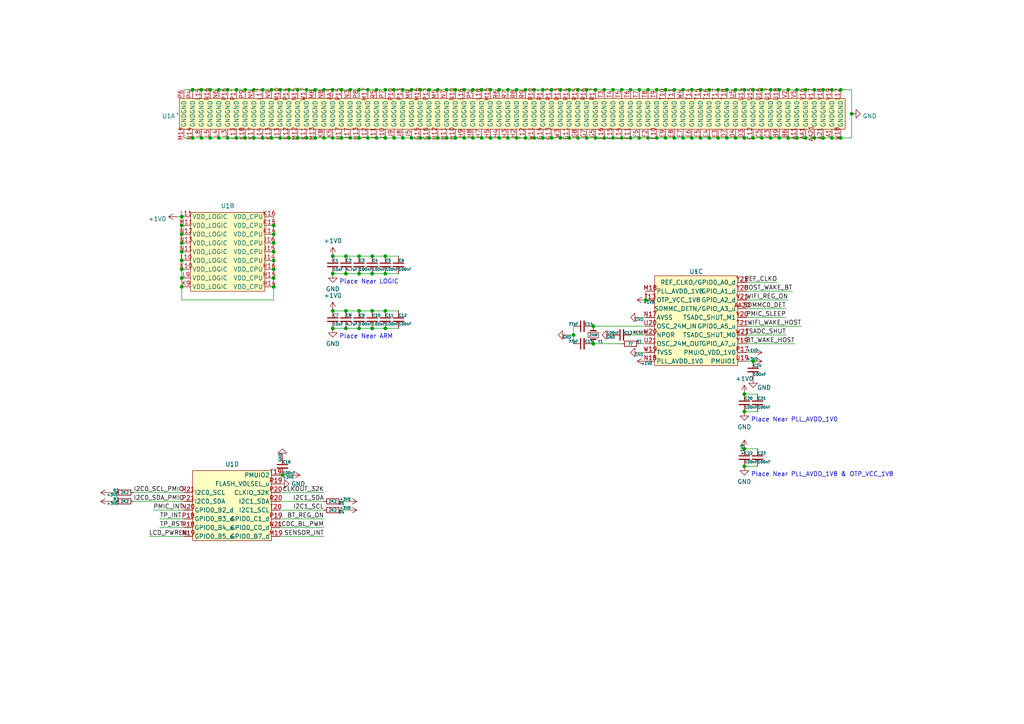
<source format=kicad_sch>
(kicad_sch (version 20221206) (generator eeschema)
  (paper "A4")
  (junction (at 60.96 40.005))
  (junction (at 223.52 26.035))
  (junction (at 111.76 95.25))
  (junction (at 111.76 74.295))
  (junction (at 213.36 40.005))
  (junction (at 218.44 40.005))
  (junction (at 137.16 40.005))
  (junction (at 243.84 26.035))
  (junction (at 210.82 26.035))
  (junction (at 78.74 26.035))
  (junction (at 93.98 40.005))
  (junction (at 226.06 26.035))
  (junction (at 134.62 26.035))
  (junction (at 88.9 26.035))
  (junction (at 66.04 40.005))
  (junction (at 215.9 135.255))
  (junction (at 180.34 40.005))
  (junction (at 157.48 26.035))
  (junction (at 104.14 95.25))
  (junction (at 96.52 79.375))
  (junction (at 100.33 95.25))
  (junction (at 119.38 40.005))
  (junction (at 79.375 65.405))
  (junction (at 233.68 26.035))
  (junction (at 223.52 40.005))
  (junction (at 152.4 40.005))
  (junction (at 208.28 40.005))
  (junction (at 52.705 65.405))
  (junction (at 129.54 26.035))
  (junction (at 66.04 26.035))
  (junction (at 107.95 95.25))
  (junction (at 114.3 40.005))
  (junction (at 76.2 40.005))
  (junction (at 166.37 97.155))
  (junction (at 142.24 26.035))
  (junction (at 231.14 40.005))
  (junction (at 144.78 26.035))
  (junction (at 79.375 80.645))
  (junction (at 52.705 62.865))
  (junction (at 63.5 40.005))
  (junction (at 190.5 40.005))
  (junction (at 55.88 26.035))
  (junction (at 71.12 26.035))
  (junction (at 175.26 26.035))
  (junction (at 55.88 40.005))
  (junction (at 200.66 40.005))
  (junction (at 127 40.005))
  (junction (at 142.24 40.005))
  (junction (at 96.52 95.25))
  (junction (at 231.14 26.035))
  (junction (at 107.95 79.375))
  (junction (at 127 26.035))
  (junction (at 121.92 26.035))
  (junction (at 52.705 70.485))
  (junction (at 101.6 40.005))
  (junction (at 177.8 26.035))
  (junction (at 58.42 40.005))
  (junction (at 104.14 26.035))
  (junction (at 203.2 26.035))
  (junction (at 193.04 40.005))
  (junction (at 106.68 26.035))
  (junction (at 52.705 75.565))
  (junction (at 233.68 40.005))
  (junction (at 52.705 78.105))
  (junction (at 79.375 75.565))
  (junction (at 238.76 40.005))
  (junction (at 160.02 40.005))
  (junction (at 86.36 40.005))
  (junction (at 236.22 40.005))
  (junction (at 79.375 83.185))
  (junction (at 213.36 26.035))
  (junction (at 182.88 26.035))
  (junction (at 91.44 26.035))
  (junction (at 172.72 40.005))
  (junction (at 139.7 26.035))
  (junction (at 60.96 26.035))
  (junction (at 101.6 26.035))
  (junction (at 210.82 40.005))
  (junction (at 177.8 40.005))
  (junction (at 147.32 40.005))
  (junction (at 175.26 40.005))
  (junction (at 88.9 40.005))
  (junction (at 185.42 26.035))
  (junction (at 241.3 40.005))
  (junction (at 220.98 26.035))
  (junction (at 149.86 40.005))
  (junction (at 134.62 40.005))
  (junction (at 73.66 26.035))
  (junction (at 193.04 26.035))
  (junction (at 81.915 137.795))
  (junction (at 100.33 79.375))
  (junction (at 52.705 83.185))
  (junction (at 79.375 67.945))
  (junction (at 79.375 70.485))
  (junction (at 228.6 26.035))
  (junction (at 152.4 26.035))
  (junction (at 160.02 26.035))
  (junction (at 124.46 40.005))
  (junction (at 144.78 40.005))
  (junction (at 238.76 26.035))
  (junction (at 52.705 73.025))
  (junction (at 220.98 40.005))
  (junction (at 172.085 94.615))
  (junction (at 172.085 99.695))
  (junction (at 167.64 26.035))
  (junction (at 218.44 26.035))
  (junction (at 73.66 40.005))
  (junction (at 170.18 40.005))
  (junction (at 187.96 40.005))
  (junction (at 218.44 104.775))
  (junction (at 208.28 26.035))
  (junction (at 124.46 26.035))
  (junction (at 170.18 26.035))
  (junction (at 241.3 26.035))
  (junction (at 157.48 40.005))
  (junction (at 96.52 90.17))
  (junction (at 185.42 40.005))
  (junction (at 116.84 26.035))
  (junction (at 228.6 40.005))
  (junction (at 180.34 26.035))
  (junction (at 149.86 26.035))
  (junction (at 243.84 40.005))
  (junction (at 109.22 40.005))
  (junction (at 71.12 40.005))
  (junction (at 99.06 26.035))
  (junction (at 114.3 26.035))
  (junction (at 187.325 86.995))
  (junction (at 81.28 40.005))
  (junction (at 215.9 114.3))
  (junction (at 154.94 40.005))
  (junction (at 137.16 26.035))
  (junction (at 205.74 26.035))
  (junction (at 162.56 26.035))
  (junction (at 119.38 26.035))
  (junction (at 162.56 40.005))
  (junction (at 79.375 73.025))
  (junction (at 195.58 26.035))
  (junction (at 215.9 26.035))
  (junction (at 96.52 74.295))
  (junction (at 200.66 26.035))
  (junction (at 247.015 33.02))
  (junction (at 91.44 40.005))
  (junction (at 111.76 79.375))
  (junction (at 96.52 26.035))
  (junction (at 195.58 40.005))
  (junction (at 215.9 119.38))
  (junction (at 147.32 26.035))
  (junction (at 58.42 26.035))
  (junction (at 109.22 26.035))
  (junction (at 86.36 26.035))
  (junction (at 68.58 40.005))
  (junction (at 104.14 40.005))
  (junction (at 132.08 26.035))
  (junction (at 116.84 40.005))
  (junction (at 132.08 40.005))
  (junction (at 93.98 26.035))
  (junction (at 215.9 130.175))
  (junction (at 107.95 74.295))
  (junction (at 100.33 90.17))
  (junction (at 121.92 40.005))
  (junction (at 190.5 26.035))
  (junction (at 172.72 26.035))
  (junction (at 167.64 40.005))
  (junction (at 165.1 40.005))
  (junction (at 111.76 40.005))
  (junction (at 99.06 40.005))
  (junction (at 111.76 90.17))
  (junction (at 198.12 26.035))
  (junction (at 236.22 26.035))
  (junction (at 226.06 40.005))
  (junction (at 78.74 40.005))
  (junction (at 106.68 40.005))
  (junction (at 107.95 90.17))
  (junction (at 198.12 40.005))
  (junction (at 52.705 67.945))
  (junction (at 104.14 90.17))
  (junction (at 215.9 40.005))
  (junction (at 205.74 40.005))
  (junction (at 154.94 26.035))
  (junction (at 79.375 78.105))
  (junction (at 83.82 40.005))
  (junction (at 104.14 79.375))
  (junction (at 111.76 26.035))
  (junction (at 68.58 26.035))
  (junction (at 139.7 40.005))
  (junction (at 165.1 26.035))
  (junction (at 182.88 40.005))
  (junction (at 96.52 40.005))
  (junction (at 81.28 26.035))
  (junction (at 129.54 40.005))
  (junction (at 52.705 80.645))
  (junction (at 83.82 26.035))
  (junction (at 100.33 74.295))
  (junction (at 203.2 40.005))
  (junction (at 63.5 26.035))
  (junction (at 187.96 26.035))
  (junction (at 104.14 74.295))
  (junction (at 76.2 26.035))
  (wire (pts (xy 71.12 26.035) (xy 73.66 26.035)))
  (wire (pts (xy 144.78 40.005) (xy 147.32 40.005)))
  (wire (pts (xy 100.965 147.955) (xy 99.06 147.955)))
  (wire (pts (xy 104.14 79.375) (xy 107.95 79.375)))
  (wire (pts (xy 111.76 79.375) (xy 115.57 79.375)))
  (wire (pts (xy 109.22 26.035) (xy 111.76 26.035)))
  (wire (pts (xy 170.18 40.005) (xy 172.72 40.005)))
  (wire (pts (xy 93.98 26.035) (xy 96.52 26.035)))
  (wire (pts (xy 203.2 26.035) (xy 205.74 26.035)))
  (wire (pts (xy 86.36 26.035) (xy 88.9 26.035)))
  (wire (pts (xy 200.66 26.035) (xy 203.2 26.035)))
  (wire (pts (xy 231.14 40.005) (xy 233.68 40.005)))
  (wire (pts (xy 165.1 40.005) (xy 167.64 40.005)))
  (wire (pts (xy 142.24 26.035) (xy 144.78 26.035)))
  (wire (pts (xy 216.535 94.615) (xy 232.41 94.615)))
  (wire (pts (xy 149.86 26.035) (xy 152.4 26.035)))
  (wire (pts (xy 132.08 40.005) (xy 134.62 40.005)))
  (wire (pts (xy 73.66 26.035) (xy 76.2 26.035)))
  (wire (pts (xy 93.98 147.955) (xy 81.28 147.955)))
  (wire (pts (xy 52.705 73.025) (xy 52.705 75.565)))
  (wire (pts (xy 91.44 26.035) (xy 93.98 26.035)))
  (wire (pts (xy 165.1 26.035) (xy 167.64 26.035)))
  (wire (pts (xy 225.425 81.915) (xy 216.535 81.915)))
  (wire (pts (xy 172.085 94.615) (xy 187.325 94.615)))
  (wire (pts (xy 93.98 153.035) (xy 81.28 153.035)))
  (wire (pts (xy 121.92 26.035) (xy 124.46 26.035)))
  (wire (pts (xy 147.32 40.005) (xy 149.86 40.005)))
  (wire (pts (xy 119.38 26.035) (xy 121.92 26.035)))
  (wire (pts (xy 215.9 130.175) (xy 219.71 130.175)))
  (wire (pts (xy 127 26.035) (xy 129.54 26.035)))
  (wire (pts (xy 88.9 40.005) (xy 91.44 40.005)))
  (wire (pts (xy 52.705 75.565) (xy 52.705 78.105)))
  (wire (pts (xy 228.6 26.035) (xy 231.14 26.035)))
  (wire (pts (xy 210.82 40.005) (xy 213.36 40.005)))
  (wire (pts (xy 100.33 74.295) (xy 104.14 74.295)))
  (wire (pts (xy 101.6 40.005) (xy 104.14 40.005)))
  (wire (pts (xy 137.16 26.035) (xy 139.7 26.035)))
  (wire (pts (xy 114.3 26.035) (xy 116.84 26.035)))
  (wire (pts (xy 96.52 90.17) (xy 100.33 90.17)))
  (wire (pts (xy 147.32 26.035) (xy 149.86 26.035)))
  (wire (pts (xy 99.06 26.035) (xy 101.6 26.035)))
  (wire (pts (xy 119.38 40.005) (xy 121.92 40.005)))
  (wire (pts (xy 233.68 26.035) (xy 236.22 26.035)))
  (wire (pts (xy 216.535 102.235) (xy 218.44 102.235)))
  (wire (pts (xy 63.5 40.005) (xy 66.04 40.005)))
  (wire (pts (xy 226.06 26.035) (xy 228.6 26.035)))
  (wire (pts (xy 134.62 26.035) (xy 137.16 26.035)))
  (wire (pts (xy 238.76 26.035) (xy 241.3 26.035)))
  (wire (pts (xy 58.42 26.035) (xy 60.96 26.035)))
  (wire (pts (xy 51.435 62.865) (xy 52.705 62.865)))
  (wire (pts (xy 46.355 150.495) (xy 53.34 150.495)))
  (wire (pts (xy 177.8 26.035) (xy 180.34 26.035)))
  (wire (pts (xy 205.74 40.005) (xy 208.28 40.005)))
  (wire (pts (xy 185.42 26.035) (xy 187.96 26.035)))
  (wire (pts (xy 100.33 95.25) (xy 104.14 95.25)))
  (wire (pts (xy 223.52 40.005) (xy 226.06 40.005)))
  (wire (pts (xy 167.64 26.035) (xy 170.18 26.035)))
  (wire (pts (xy 111.76 90.17) (xy 115.57 90.17)))
  (wire (pts (xy 109.22 40.005) (xy 111.76 40.005)))
  (wire (pts (xy 111.76 40.005) (xy 114.3 40.005)))
  (wire (pts (xy 43.18 155.575) (xy 53.34 155.575)))
  (wire (pts (xy 99.06 40.005) (xy 101.6 40.005)))
  (wire (pts (xy 116.84 40.005) (xy 119.38 40.005)))
  (wire (pts (xy 124.46 40.005) (xy 127 40.005)))
  (wire (pts (xy 124.46 26.035) (xy 127 26.035)))
  (wire (pts (xy 190.5 40.005) (xy 193.04 40.005)))
  (wire (pts (xy 177.8 40.005) (xy 180.34 40.005)))
  (wire (pts (xy 79.375 86.995) (xy 79.375 83.185)))
  (wire (pts (xy 106.68 26.035) (xy 109.22 26.035)))
  (wire (pts (xy 170.18 26.035) (xy 172.72 26.035)))
  (wire (pts (xy 100.33 90.17) (xy 104.14 90.17)))
  (wire (pts (xy 160.02 40.005) (xy 162.56 40.005)))
  (wire (pts (xy 139.7 26.035) (xy 142.24 26.035)))
  (wire (pts (xy 46.355 153.035) (xy 53.34 153.035)))
  (wire (pts (xy 55.88 40.005) (xy 58.42 40.005)))
  (wire (pts (xy 71.12 40.005) (xy 73.66 40.005)))
  (wire (pts (xy 243.84 40.005) (xy 247.015 40.005)))
  (wire (pts (xy 180.34 40.005) (xy 182.88 40.005)))
  (wire (pts (xy 157.48 26.035) (xy 160.02 26.035)))
  (wire (pts (xy 208.28 40.005) (xy 210.82 40.005)))
  (wire (pts (xy 218.44 26.035) (xy 220.98 26.035)))
  (wire (pts (xy 233.68 40.005) (xy 236.22 40.005)))
  (wire (pts (xy 107.95 90.17) (xy 111.76 90.17)))
  (wire (pts (xy 111.76 95.25) (xy 115.57 95.25)))
  (wire (pts (xy 68.58 40.005) (xy 71.12 40.005)))
  (wire (pts (xy 142.24 40.005) (xy 144.78 40.005)))
  (wire (pts (xy 231.14 26.035) (xy 233.68 26.035)))
  (wire (pts (xy 180.34 26.035) (xy 182.88 26.035)))
  (wire (pts (xy 166.37 94.615) (xy 166.37 97.155)))
  (wire (pts (xy 213.36 40.005) (xy 215.9 40.005)))
  (wire (pts (xy 52.705 78.105) (xy 52.705 80.645)))
  (wire (pts (xy 198.12 26.035) (xy 200.66 26.035)))
  (wire (pts (xy 107.95 79.375) (xy 111.76 79.375)))
  (wire (pts (xy 107.95 95.25) (xy 111.76 95.25)))
  (wire (pts (xy 227.965 92.075) (xy 216.535 92.075)))
  (wire (pts (xy 93.98 150.495) (xy 81.28 150.495)))
  (wire (pts (xy 218.44 104.775) (xy 216.535 104.775)))
  (wire (pts (xy 157.48 40.005) (xy 160.02 40.005)))
  (wire (pts (xy 107.95 74.295) (xy 111.76 74.295)))
  (wire (pts (xy 167.64 40.005) (xy 170.18 40.005)))
  (wire (pts (xy 83.82 40.005) (xy 86.36 40.005)))
  (wire (pts (xy 129.54 26.035) (xy 132.08 26.035)))
  (wire (pts (xy 182.88 97.155) (xy 187.325 97.155)))
  (wire (pts (xy 152.4 26.035) (xy 154.94 26.035)))
  (wire (pts (xy 216.535 99.695) (xy 230.505 99.695)))
  (wire (pts (xy 81.28 26.035) (xy 83.82 26.035)))
  (wire (pts (xy 166.37 97.155) (xy 166.37 99.695)))
  (wire (pts (xy 96.52 26.035) (xy 99.06 26.035)))
  (wire (pts (xy 134.62 40.005) (xy 137.16 40.005)))
  (wire (pts (xy 83.82 26.035) (xy 86.36 26.035)))
  (wire (pts (xy 172.085 99.695) (xy 180.34 99.695)))
  (wire (pts (xy 187.325 84.455) (xy 187.325 86.995)))
  (wire (pts (xy 52.705 70.485) (xy 52.705 73.025)))
  (wire (pts (xy 185.42 92.075) (xy 187.325 92.075)))
  (wire (pts (xy 96.52 79.375) (xy 100.33 79.375)))
  (wire (pts (xy 68.58 26.035) (xy 71.12 26.035)))
  (wire (pts (xy 164.465 97.155) (xy 166.37 97.155)))
  (wire (pts (xy 187.96 40.005) (xy 190.5 40.005)))
  (wire (pts (xy 187.96 26.035) (xy 190.5 26.035)))
  (wire (pts (xy 79.375 83.185) (xy 79.375 80.645)))
  (wire (pts (xy 81.28 40.005) (xy 83.82 40.005)))
  (wire (pts (xy 193.04 26.035) (xy 195.58 26.035)))
  (wire (pts (xy 96.52 74.295) (xy 100.33 74.295)))
  (wire (pts (xy 139.7 40.005) (xy 142.24 40.005)))
  (wire (pts (xy 171.45 94.615) (xy 172.085 94.615)))
  (wire (pts (xy 73.66 40.005) (xy 76.2 40.005)))
  (wire (pts (xy 79.375 73.025) (xy 79.375 70.485)))
  (wire (pts (xy 63.5 26.035) (xy 66.04 26.035)))
  (wire (pts (xy 177.165 97.155) (xy 177.8 97.155)))
  (wire (pts (xy 52.705 62.865) (xy 52.705 65.405)))
  (wire (pts (xy 100.965 145.415) (xy 99.06 145.415)))
  (wire (pts (xy 79.375 80.645) (xy 79.375 78.105)))
  (wire (pts (xy 79.375 70.485) (xy 79.375 67.945)))
  (wire (pts (xy 160.02 26.035) (xy 162.56 26.035)))
  (wire (pts (xy 193.04 40.005) (xy 195.58 40.005)))
  (wire (pts (xy 175.26 40.005) (xy 177.8 40.005)))
  (wire (pts (xy 79.375 67.945) (xy 79.375 65.405)))
  (wire (pts (xy 81.915 137.795) (xy 84.455 137.795)))
  (wire (pts (xy 100.33 79.375) (xy 104.14 79.375)))
  (wire (pts (xy 91.44 40.005) (xy 93.98 40.005)))
  (wire (pts (xy 172.72 40.005) (xy 175.26 40.005)))
  (wire (pts (xy 247.015 33.02) (xy 247.015 26.035)))
  (wire (pts (xy 208.28 26.035) (xy 210.82 26.035)))
  (wire (pts (xy 220.98 26.035) (xy 223.52 26.035)))
  (wire (pts (xy 154.94 40.005) (xy 157.48 40.005)))
  (wire (pts (xy 236.22 26.035) (xy 238.76 26.035)))
  (wire (pts (xy 101.6 26.035) (xy 104.14 26.035)))
  (wire (pts (xy 79.375 75.565) (xy 79.375 73.025)))
  (wire (pts (xy 175.26 26.035) (xy 177.8 26.035)))
  (wire (pts (xy 53.34 40.005) (xy 55.88 40.005)))
  (wire (pts (xy 227.965 89.535) (xy 216.535 89.535)))
  (wire (pts (xy 154.94 26.035) (xy 157.48 26.035)))
  (wire (pts (xy 149.86 40.005) (xy 152.4 40.005)))
  (wire (pts (xy 78.74 40.005) (xy 81.28 40.005)))
  (wire (pts (xy 215.9 135.255) (xy 219.71 135.255)))
  (wire (pts (xy 93.98 142.875) (xy 81.28 142.875)))
  (wire (pts (xy 81.28 137.795) (xy 81.915 137.795)))
  (wire (pts (xy 104.14 26.035) (xy 106.68 26.035)))
  (wire (pts (xy 205.74 26.035) (xy 208.28 26.035)))
  (wire (pts (xy 78.74 26.035) (xy 81.28 26.035)))
  (wire (pts (xy 104.14 90.17) (xy 107.95 90.17)))
  (wire (pts (xy 241.3 26.035) (xy 243.84 26.035)))
  (wire (pts (xy 195.58 26.035) (xy 198.12 26.035)))
  (wire (pts (xy 132.08 26.035) (xy 134.62 26.035)))
  (wire (pts (xy 216.535 97.155) (xy 227.965 97.155)))
  (wire (pts (xy 215.9 119.38) (xy 219.71 119.38)))
  (wire (pts (xy 53.34 26.035) (xy 55.88 26.035)))
  (wire (pts (xy 213.36 26.035) (xy 215.9 26.035)))
  (wire (pts (xy 215.9 40.005) (xy 218.44 40.005)))
  (wire (pts (xy 66.04 40.005) (xy 68.58 40.005)))
  (wire (pts (xy 52.705 65.405) (xy 52.705 67.945)))
  (wire (pts (xy 182.88 40.005) (xy 185.42 40.005)))
  (wire (pts (xy 172.72 26.035) (xy 175.26 26.035)))
  (wire (pts (xy 52.705 83.185) (xy 52.705 86.995)))
  (wire (pts (xy 162.56 26.035) (xy 165.1 26.035)))
  (wire (pts (xy 238.76 40.005) (xy 241.3 40.005)))
  (wire (pts (xy 93.98 145.415) (xy 81.28 145.415)))
  (wire (pts (xy 76.2 26.035) (xy 78.74 26.035)))
  (wire (pts (xy 52.705 80.645) (xy 52.705 83.185)))
  (wire (pts (xy 52.705 86.995) (xy 79.375 86.995)))
  (wire (pts (xy 195.58 40.005) (xy 198.12 40.005)))
  (wire (pts (xy 185.42 102.235) (xy 187.325 102.235)))
  (wire (pts (xy 185.42 99.695) (xy 187.325 99.695)))
  (wire (pts (xy 104.14 74.295) (xy 107.95 74.295)))
  (wire (pts (xy 121.92 40.005) (xy 124.46 40.005)))
  (wire (pts (xy 185.42 40.005) (xy 187.96 40.005)))
  (wire (pts (xy 114.3 40.005) (xy 116.84 40.005)))
  (wire (pts (xy 79.375 65.405) (xy 79.375 62.865)))
  (wire (pts (xy 198.12 40.005) (xy 200.66 40.005)))
  (wire (pts (xy 60.96 26.035) (xy 63.5 26.035)))
  (wire (pts (xy 228.6 86.995) (xy 216.535 86.995)))
  (wire (pts (xy 223.52 26.035) (xy 226.06 26.035)))
  (wire (pts (xy 152.4 40.005) (xy 154.94 40.005)))
  (wire (pts (xy 52.705 67.945) (xy 52.705 70.485)))
  (wire (pts (xy 88.9 26.035) (xy 91.44 26.035)))
  (wire (pts (xy 241.3 40.005) (xy 243.84 40.005)))
  (wire (pts (xy 171.45 99.695) (xy 172.085 99.695)))
  (wire (pts (xy 129.54 40.005) (xy 132.08 40.005)))
  (wire (pts (xy 218.44 40.005) (xy 220.98 40.005)))
  (wire (pts (xy 96.52 95.25) (xy 100.33 95.25)))
  (wire (pts (xy 31.75 145.415) (xy 33.655 145.415)))
  (wire (pts (xy 104.14 40.005) (xy 106.68 40.005)))
  (wire (pts (xy 137.16 40.005) (xy 139.7 40.005)))
  (wire (pts (xy 104.14 95.25) (xy 107.95 95.25)))
  (wire (pts (xy 229.87 84.455) (xy 216.535 84.455)))
  (wire (pts (xy 220.98 40.005) (xy 223.52 40.005)))
  (wire (pts (xy 111.76 74.295) (xy 115.57 74.295)))
  (wire (pts (xy 55.88 26.035) (xy 58.42 26.035)))
  (wire (pts (xy 190.5 26.035) (xy 193.04 26.035)))
  (wire (pts (xy 111.76 26.035) (xy 114.3 26.035)))
  (wire (pts (xy 60.96 40.005) (xy 63.5 40.005)))
  (wire (pts (xy 106.68 40.005) (xy 109.22 40.005)))
  (wire (pts (xy 93.98 155.575) (xy 81.28 155.575)))
  (wire (pts (xy 93.98 40.005) (xy 96.52 40.005)))
  (wire (pts (xy 247.015 33.02) (xy 247.015 40.005)))
  (wire (pts (xy 127 40.005) (xy 129.54 40.005)))
  (wire (pts (xy 66.04 26.035) (xy 68.58 26.035)))
  (wire (pts (xy 247.015 26.035) (xy 243.84 26.035)))
  (wire (pts (xy 116.84 26.035) (xy 119.38 26.035)))
  (wire (pts (xy 86.36 40.005) (xy 88.9 40.005)))
  (wire (pts (xy 182.88 26.035) (xy 185.42 26.035)))
  (wire (pts (xy 144.78 26.035) (xy 147.32 26.035)))
  (wire (pts (xy 44.45 147.955) (xy 53.34 147.955)))
  (wire (pts (xy 200.66 40.005) (xy 203.2 40.005)))
  (wire (pts (xy 38.735 145.415) (xy 53.34 145.415)))
  (wire (pts (xy 162.56 40.005) (xy 165.1 40.005)))
  (wire (pts (xy 236.22 40.005) (xy 238.76 40.005)))
  (wire (pts (xy 210.82 26.035) (xy 213.36 26.035)))
  (wire (pts (xy 58.42 40.005) (xy 60.96 40.005)))
  (wire (pts (xy 226.06 40.005) (xy 228.6 40.005)))
  (wire (pts (xy 79.375 78.105) (xy 79.375 75.565)))
  (wire (pts (xy 203.2 40.005) (xy 205.74 40.005)))
  (wire (pts (xy 96.52 40.005) (xy 99.06 40.005)))
  (wire (pts (xy 31.75 142.875) (xy 33.655 142.875)))
  (wire (pts (xy 76.2 40.005) (xy 78.74 40.005)))
  (wire (pts (xy 215.9 114.3) (xy 219.71 114.3)))
  (wire (pts (xy 38.735 142.875) (xy 53.34 142.875)))
  (wire (pts (xy 228.6 40.005) (xy 231.14 40.005)))
  (wire (pts (xy 215.9 26.035) (xy 218.44 26.035)))
  (text "Place Near PLL_AVDD_1V8 & OTP_VCC_1V8\n" (at 217.805 138.43 0) (effects (font (size 1.27 1.27)) (justify left bottom)))
  (text "Place Near ARM\n" (at 98.425 98.425 0) (effects (font (size 1.27 1.27)) (justify left bottom)))
  (text "Place Near LOGIC" (at 98.425 82.55 0) (effects (font (size 1.27 1.27)) (justify left bottom)))
  (text "Place Near PLL_AVDD_1V0\n" (at 217.805 122.555 0) (effects (font (size 1.27 1.27)) (justify left bottom)))
  (label "I2C1_SCL" (at 93.98 147.955 180))
  (label "LCDC_BL_PWM" (at 93.98 153.035 180))
  (label "TP_RST" (at 46.355 153.035 0))
  (label "BT_REG_ON" (at 93.98 150.495 180))
  (label "RESET" (at 183.515 97.155 0) (effects (font (size 0.8 0.8))))
  (label "I2C0_SDA_PMIC" (at 38.735 145.415 0))
  (label "CLKOUT_32K" (at 93.98 142.875 180))
  (label "I2C0_SCL_PMIC" (at 38.735 142.875 0))
  (label "PMIC_INT" (at 44.45 147.955 0))
  (label "WIFI_REG_ON" (at 228.6 86.995 180))
  (label "SENSOR_INT" (at 93.98 155.575 180))
  (label "TSADC_SHUT" (at 227.965 97.155 180))
  (label "I2C1_SDA" (at 93.98 145.415 180))
  (label "WIFI_WAKE_HOST" (at 232.41 94.615 180))
  (label "REF_CLKO" (at 225.425 81.915 180))
  (label "LCD_PWREN" (at 43.18 155.575 0))
  (label "PMIC_SLEEP" (at 227.965 92.075 180))
  (label "BT_WAKE_HOST" (at 230.505 99.695 180))
  (label "SDMMC0_DET" (at 227.965 89.535 180))
  (label "HOST_WAKE_BT" (at 229.87 84.455 180))
  (label "TP_INT" (at 46.355 150.495 0))
  (symbol (lib_id "power:GND") (at 177.165 97.155 270) (unit 1)
    (property "Reference" "#PWR0116" (effects hide))
    (property "Value" "GND" (at 178.435 97.79 90) (effects (font (size 0.8 0.8)) (justify right)))
  )
  (symbol (lib_id "power:GND") (at 96.52 79.375 0) (unit 1)
    (property "Reference" "#PWR0103" (effects hide))
    (property "Value" "GND" (at 96.52 83.82 0))
  )
  (symbol (lib_id "Device:C_Small") (at 168.91 94.615 90) (unit 1)
    (property "Reference" "C14" (at 170.815 93.98 90) (effects (font (size 0.8 0.8))))
    (property "Value" "??pF" (at 166.37 93.98 90) (effects (font (size 0.8 0.8))))
  )
  (symbol (lib_id "power:+1V8") (at 215.9 130.175 0) (unit 1)
    (property "Reference" "#PWR0121" (effects hide))
    (property "Value" "+1V8" (at 215.265 132.08 90) (effects (font (size 0.8 0.8)) (justify left)))
  )
  (symbol (lib_id "power:+3V0") (at 218.44 104.775 270) (unit 1)
    (property "Reference" "#PWR0125" (effects hide))
    (property "Value" "+3V0" (at 216.535 104.14 90) (effects (font (size 0.8 0.8)) (justify left)))
  )
  (symbol (lib_id "power:GND") (at 81.915 132.715 180) (unit 1)
    (property "Reference" "#PWR0105" (effects hide))
    (property "Value" "GND" (at 81.28 133.985 90) (effects (font (size 0.8 0.8)) (justify right)))
  )
  (symbol (lib_id "power:+1V0") (at 96.52 90.17 0) (unit 1)
    (property "Reference" "#PWR0104" (effects hide))
    (property "Value" "+1V0" (at 96.52 85.725 0))
  )
  (symbol (lib_id "Device:C_Small") (at 100.33 76.835 0) (unit 1)
    (property "Reference" "C2" (at 100.33 75.565 0) (effects (font (size 0.8 0.8)) (justify left)))
    (property "Value" "4.7uF" (at 100.33 78.105 0) (effects (font (size 0.8 0.8)) (justify left)))
  )
  (symbol (lib_id "Device:C_Small") (at 168.91 99.695 90) (unit 1)
    (property "Reference" "C15" (at 170.815 99.06 90) (effects (font (size 0.8 0.8))))
    (property "Value" "??pF" (at 166.37 99.06 90) (effects (font (size 0.8 0.8))))
  )
  (symbol (lib_id "power:GND") (at 215.9 119.38 0) (unit 1)
    (property "Reference" "#PWR0120" (effects hide))
    (property "Value" "GND" (at 215.9 123.825 0))
  )
  (symbol (lib_id "power:+3V0") (at 100.965 147.955 270) (unit 1)
    (property "Reference" "#PWR0106" (effects hide))
    (property "Value" "+3V0" (at 98.425 147.32 90) (effects (font (size 0.8 0.8)) (justify left)))
  )
  (symbol (lib_id "Device:R_Small") (at 96.52 145.415 270) (unit 1)
    (property "Reference" "R5" (at 99.06 146.05 90) (effects (font (size 0.8 0.8))))
    (property "Value" "2K2" (at 96.52 145.415 90) (effects (font (size 0.8 0.8))))
  )
  (symbol (lib_id "Device:C_Small") (at 115.57 76.835 0) (unit 1)
    (property "Reference" "C6" (at 115.57 75.565 0) (effects (font (size 0.8 0.8)) (justify left)))
    (property "Value" "100nF" (at 115.57 78.105 0) (effects (font (size 0.8 0.8)) (justify left)))
  )
  (symbol (lib_id "Device:R_Small") (at 182.88 99.695 90) (unit 1)
    (property "Reference" "R1" (at 185.42 99.06 90) (effects (font (size 0.8 0.8))))
    (property "Value" "??" (at 182.88 99.695 90) (effects (font (size 0.8 0.8))))
  )
  (symbol (lib_id "Symbols:RK3326") (at 66.04 60.325 0) (unit 2)
    (property "Reference" "U1" (at 66.04 59.69 0))
    (property "Value" "~" (at 66.04 60.325 0))
    (property "Footprint" "Library:BGA-441_21x21_14.0x14.0mm" (effects hide))
  )
  (symbol (lib_id "Device:C_Small") (at 218.44 107.315 0) (unit 1)
    (property "Reference" "C24" (at 218.44 106.045 0) (effects (font (size 0.8 0.8)) (justify left)))
    (property "Value" "100nF" (at 218.44 108.585 0) (effects (font (size 0.8 0.8)) (justify left)))
  )
  (symbol (lib_id "Device:C_Small") (at 104.14 76.835 0) (unit 1)
    (property "Reference" "C3" (at 104.14 75.565 0) (effects (font (size 0.8 0.8)) (justify left)))
    (property "Value" "100nF" (at 104.14 78.105 0) (effects (font (size 0.8 0.8)) (justify left)))
  )
  (symbol (lib_id "Device:C_Small") (at 104.14 92.71 0) (unit 1)
    (property "Reference" "C9" (at 104.14 91.44 0) (effects (font (size 0.8 0.8)) (justify left)))
    (property "Value" "100nF" (at 104.14 93.98 0) (effects (font (size 0.8 0.8)) (justify left)))
  )
  (symbol (lib_id "Device:C_Small") (at 96.52 92.71 0) (unit 1)
    (property "Reference" "C7" (at 96.52 91.44 0) (effects (font (size 0.8 0.8)) (justify left)))
    (property "Value" "10uF" (at 96.52 93.98 0) (effects (font (size 0.8 0.8)) (justify left)))
  )
  (symbol (lib_id "Device:R_Small") (at 36.195 145.415 90) (unit 1)
    (property "Reference" "R3" (at 33.655 144.78 90) (effects (font (size 0.8 0.8))))
    (property "Value" "2K2" (at 36.195 145.415 90) (effects (font (size 0.8 0.8))))
  )
  (symbol (lib_id "power:+1V0") (at 51.435 62.865 90) (unit 1)
    (property "Reference" "#PWR0101" (effects hide))
    (property "Value" "+1V0" (at 48.26 63.4999 90) (effects (justify left)))
  )
  (symbol (lib_id "Device:C_Small") (at 100.33 92.71 0) (unit 1)
    (property "Reference" "C8" (at 100.33 91.44 0) (effects (font (size 0.8 0.8)) (justify left)))
    (property "Value" "4.7uF" (at 100.33 93.98 0) (effects (font (size 0.8 0.8)) (justify left)))
  )
  (symbol (lib_id "Device:C_Small") (at 81.915 135.255 0) (unit 1)
    (property "Reference" "C16" (at 81.915 133.985 0) (effects (font (size 0.8 0.8)) (justify left)))
    (property "Value" "100nF" (at 81.915 137.16 0) (effects (font (size 0.8 0.8)) (justify left)))
  )
  (symbol (lib_id "Device:R_Small") (at 36.195 142.875 90) (unit 1)
    (property "Reference" "R2" (at 33.655 142.24 90) (effects (font (size 0.8 0.8))))
    (property "Value" "2K2" (at 36.195 142.875 90) (effects (font (size 0.8 0.8))))
  )
  (symbol (lib_id "Symbols:RK3326") (at 201.93 78.74 0) (unit 3)
    (property "Reference" "U1" (at 201.93 78.74 0))
    (property "Value" "~" (at 201.93 78.74 0))
    (property "Footprint" "Library:BGA-441_21x21_14.0x14.0mm" (effects hide))
  )
  (symbol (lib_id "power:GND") (at 215.9 135.255 0) (unit 1)
    (property "Reference" "#PWR0122" (effects hide))
    (property "Value" "GND" (at 215.9 139.7 0))
  )
  (symbol (lib_id "Device:C_Small") (at 215.9 132.715 0) (unit 1)
    (property "Reference" "C22" (at 215.9 131.445 0) (effects (font (size 0.8 0.8)) (justify left)))
    (property "Value" "100nF" (at 215.9 133.985 0) (effects (font (size 0.8 0.8)) (justify left)))
  )
  (symbol (lib_id "power:GND") (at 247.015 33.02 90) (unit 1)
    (property "Reference" "#PWR0119" (effects hide))
    (property "Value" "GND" (at 250.19 33.6549 90) (effects (justify right)))
  )
  (symbol (lib_id "power:+1V0") (at 218.44 102.235 270) (unit 1)
    (property "Reference" "#PWR0123" (effects hide))
    (property "Value" "+1V0" (at 216.535 101.6 90) (effects (font (size 0.8 0.8)) (justify left)))
  )
  (symbol (lib_id "power:+1V8") (at 187.325 86.995 90) (unit 1)
    (property "Reference" "#PWR0114" (effects hide))
    (property "Value" "+1V8" (at 189.865 87.63 90) (effects (font (size 0.8 0.8)) (justify left)))
  )
  (symbol (lib_id "power:GND") (at 185.42 92.075 270) (unit 1)
    (property "Reference" "#PWR0117" (effects hide))
    (property "Value" "GND" (at 186.69 92.71 90) (effects (font (size 0.8 0.8)) (justify right)))
  )
  (symbol (lib_id "Device:C_Small") (at 111.76 76.835 0) (unit 1)
    (property "Reference" "C5" (at 111.76 75.565 0) (effects (font (size 0.8 0.8)) (justify left)))
    (property "Value" "100nF" (at 111.76 78.105 0) (effects (font (size 0.8 0.8)) (justify left)))
  )
  (symbol (lib_id "power:+1V0") (at 215.9 114.3 0) (unit 1)
    (property "Reference" "#PWR0124" (effects hide))
    (property "Value" "+1V0" (at 215.9 109.855 0))
  )
  (symbol (lib_id "power:GND") (at 218.44 109.855 0) (unit 1)
    (property "Reference" "#PWR0126" (effects hide))
    (property "Value" "GND" (at 221.615 112.395 0))
  )
  (symbol (lib_id "power:GND") (at 185.42 102.235 270) (unit 1)
    (property "Reference" "#PWR0118" (effects hide))
    (property "Value" "GND" (at 186.69 102.87 90) (effects (font (size 0.8 0.8)) (justify right)))
  )
  (symbol (lib_id "Device:R_Small") (at 96.52 147.955 270) (unit 1)
    (property "Reference" "R4" (at 99.06 148.59 90) (effects (font (size 0.8 0.8))))
    (property "Value" "2K2" (at 96.52 147.955 90) (effects (font (size 0.8 0.8))))
  )
  (symbol (lib_id "power:+3V0") (at 84.455 137.795 270) (mirror x) (unit 1)
    (property "Reference" "#PWR0110" (effects hide))
    (property "Value" "+3V0" (at 81.915 138.43 90) (effects (font (size 0.8 0.8)) (justify left)))
  )
  (symbol (lib_id "Device:C_Small") (at 96.52 76.835 0) (unit 1)
    (property "Reference" "C1" (at 96.52 75.565 0) (effects (font (size 0.8 0.8)) (justify left)))
    (property "Value" "10uF" (at 96.52 78.105 0) (effects (font (size 0.8 0.8)) (justify left)))
  )
  (symbol (lib_id "Device:C_Small") (at 115.57 92.71 0) (unit 1)
    (property "Reference" "C12" (at 115.57 91.44 0) (effects (font (size 0.8 0.8)) (justify left)))
    (property "Value" "100nF" (at 115.57 93.98 0) (effects (font (size 0.8 0.8)) (justify left)))
  )
  (symbol (lib_id "Device:C_Small") (at 107.95 92.71 0) (unit 1)
    (property "Reference" "C10" (at 107.95 91.44 0) (effects (font (size 0.8 0.8)) (justify left)))
    (property "Value" "100nF" (at 107.95 93.98 0) (effects (font (size 0.8 0.8)) (justify left)))
  )
  (symbol (lib_id "Device:C_Small") (at 180.34 97.155 90) (unit 1)
    (property "Reference" "C13" (at 182.245 96.52 90) (effects (font (size 0.8 0.8))))
    (property "Value" "100nF" (at 177.8 96.52 90) (effects (font (size 0.8 0.8))))
  )
  (symbol (lib_id "power:+3V0") (at 100.965 145.415 270) (unit 1)
    (property "Reference" "#PWR0107" (effects hide))
    (property "Value" "+3V0" (at 98.425 144.78 90) (effects (font (size 0.8 0.8)) (justify left)))
  )
  (symbol (lib_id "power:GND") (at 81.28 140.335 90) (unit 1)
    (property "Reference" "#PWR0111" (effects hide))
    (property "Value" "GND" (at 84.455 140.335 90) (effects (justify right)))
  )
  (symbol (lib_id "power:+1V0") (at 96.52 74.295 0) (unit 1)
    (property "Reference" "#PWR0112" (effects hide))
    (property "Value" "+1V0" (at 96.52 69.85 0))
  )
  (symbol (lib_id "power:GND") (at 164.465 97.155 270) (unit 1)
    (property "Reference" "#PWR0115" (effects hide))
    (property "Value" "GND" (at 165.735 97.79 90) (effects (font (size 0.8 0.8)) (justify right)))
  )
  (symbol (lib_id "Device:C_Small") (at 219.71 132.715 0) (unit 1)
    (property "Reference" "C23" (at 219.71 131.445 0) (effects (font (size 0.8 0.8)) (justify left)))
    (property "Value" "100nF" (at 219.71 133.985 0) (effects (font (size 0.8 0.8)) (justify left)))
  )
  (symbol (lib_id "power:+1V0") (at 187.325 104.775 90) (unit 1)
    (property "Reference" "#PWR0113" (effects hide))
    (property "Value" "+1V0" (at 189.23 105.41 90) (effects (font (size 0.8 0.8)) (justify left)))
  )
  (symbol (lib_id "Symbols:RK3326") (at 51.435 33.02 90) (unit 1)
    (property "Reference" "U1" (at 50.8 33.6549 90) (effects (justify left)))
    (property "Value" "~" (at 51.435 33.02 0))
    (property "Footprint" "Library:BGA-441_21x21_14.0x14.0mm" (effects hide))
  )
  (symbol (lib_id "power:+3V0") (at 31.75 142.875 90) (unit 1)
    (property "Reference" "#PWR0108" (effects hide))
    (property "Value" "+3V0" (at 34.29 143.51 90) (effects (font (size 0.8 0.8)) (justify left)))
  )
  (symbol (lib_id "Device:C_Small") (at 107.95 76.835 0) (unit 1)
    (property "Reference" "C4" (at 107.95 75.565 0) (effects (font (size 0.8 0.8)) (justify left)))
    (property "Value" "100nF" (at 107.95 78.105 0) (effects (font (size 0.8 0.8)) (justify left)))
  )
  (symbol (lib_id "Device:C_Small") (at 215.9 116.84 0) (unit 1)
    (property "Reference" "C20" (at 215.9 115.57 0) (effects (font (size 0.8 0.8)) (justify left)))
    (property "Value" "100nF" (at 215.9 118.11 0) (effects (font (size 0.8 0.8)) (justify left)))
  )
  (symbol (lib_id "power:+3V0") (at 31.75 145.415 90) (unit 1)
    (property "Reference" "#PWR0109" (effects hide))
    (property "Value" "+3V0" (at 34.29 146.05 90) (effects (font (size 0.8 0.8)) (justify left)))
  )
  (symbol (lib_id "Device:C_Small") (at 219.71 116.84 0) (unit 1)
    (property "Reference" "C21" (at 219.71 115.57 0) (effects (font (size 0.8 0.8)) (justify left)))
    (property "Value" "100nF" (at 219.71 118.11 0) (effects (font (size 0.8 0.8)) (justify left)))
  )
  (symbol (lib_id "Symbols:RK3326") (at 67.31 135.255 0) (unit 4)
    (property "Reference" "U1" (at 67.31 134.62 0))
    (property "Value" "~" (at 67.31 135.255 0))
    (property "Footprint" "Library:BGA-441_21x21_14.0x14.0mm" (effects hide))
  )
  (symbol (lib_id "Device:C_Small") (at 111.76 92.71 0) (unit 1)
    (property "Reference" "C11" (at 111.76 91.44 0) (effects (font (size 0.8 0.8)) (justify left)))
    (property "Value" "100nF" (at 111.76 93.98 0) (effects (font (size 0.8 0.8)) (justify left)))
  )
  (symbol (lib_id "power:GND") (at 96.52 95.25 0) (unit 1)
    (property "Reference" "#PWR0102" (effects hide))
    (property "Value" "GND" (at 96.52 99.695 0))
  )
  (symbol (lib_id "Device:Crystal_Small") (at 172.085 97.155 90) (unit 1)
    (property "Reference" "Y1" (at 173.355 99.06 90) (effects (font (size 0.8 0.8)) (justify right)))
    (property "Value" "24M" (at 170.815 97.155 90) (effects (font (size 0.8 0.8)) (justify right)))
  )
)
</source>
